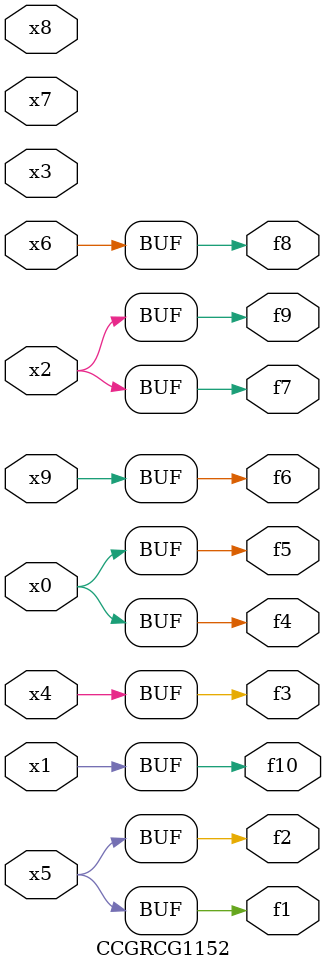
<source format=v>
module CCGRCG1152(
	input x0, x1, x2, x3, x4, x5, x6, x7, x8, x9,
	output f1, f2, f3, f4, f5, f6, f7, f8, f9, f10
);
	assign f1 = x5;
	assign f2 = x5;
	assign f3 = x4;
	assign f4 = x0;
	assign f5 = x0;
	assign f6 = x9;
	assign f7 = x2;
	assign f8 = x6;
	assign f9 = x2;
	assign f10 = x1;
endmodule

</source>
